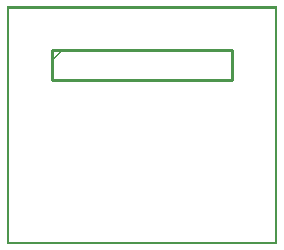
<source format=gbo>
G04 MADE WITH FRITZING*
G04 WWW.FRITZING.ORG*
G04 DOUBLE SIDED*
G04 HOLES PLATED*
G04 CONTOUR ON CENTER OF CONTOUR VECTOR*
%ASAXBY*%
%FSLAX23Y23*%
%MOIN*%
%OFA0B0*%
%SFA1.0B1.0*%
%ADD10C,0.010000*%
%ADD11R,0.001000X0.001000*%
%LNSILK0*%
G90*
G70*
G54D10*
X151Y647D02*
X751Y647D01*
D02*
X751Y647D02*
X751Y547D01*
D02*
X751Y547D02*
X151Y547D01*
D02*
X151Y547D02*
X151Y647D01*
G54D11*
X0Y794D02*
X900Y794D01*
X0Y793D02*
X900Y793D01*
X0Y792D02*
X900Y792D01*
X0Y791D02*
X900Y791D01*
X0Y790D02*
X900Y790D01*
X0Y789D02*
X900Y789D01*
X0Y788D02*
X900Y788D01*
X0Y787D02*
X900Y787D01*
X0Y786D02*
X7Y786D01*
X893Y786D02*
X900Y786D01*
X0Y785D02*
X7Y785D01*
X893Y785D02*
X900Y785D01*
X0Y784D02*
X7Y784D01*
X893Y784D02*
X900Y784D01*
X0Y783D02*
X7Y783D01*
X893Y783D02*
X900Y783D01*
X0Y782D02*
X7Y782D01*
X893Y782D02*
X900Y782D01*
X0Y781D02*
X7Y781D01*
X893Y781D02*
X900Y781D01*
X0Y780D02*
X7Y780D01*
X893Y780D02*
X900Y780D01*
X0Y779D02*
X7Y779D01*
X893Y779D02*
X900Y779D01*
X0Y778D02*
X7Y778D01*
X893Y778D02*
X900Y778D01*
X0Y777D02*
X7Y777D01*
X893Y777D02*
X900Y777D01*
X0Y776D02*
X7Y776D01*
X893Y776D02*
X900Y776D01*
X0Y775D02*
X7Y775D01*
X893Y775D02*
X900Y775D01*
X0Y774D02*
X7Y774D01*
X893Y774D02*
X900Y774D01*
X0Y773D02*
X7Y773D01*
X893Y773D02*
X900Y773D01*
X0Y772D02*
X7Y772D01*
X893Y772D02*
X900Y772D01*
X0Y771D02*
X7Y771D01*
X893Y771D02*
X900Y771D01*
X0Y770D02*
X7Y770D01*
X893Y770D02*
X900Y770D01*
X0Y769D02*
X7Y769D01*
X893Y769D02*
X900Y769D01*
X0Y768D02*
X7Y768D01*
X893Y768D02*
X900Y768D01*
X0Y767D02*
X7Y767D01*
X893Y767D02*
X900Y767D01*
X0Y766D02*
X7Y766D01*
X893Y766D02*
X900Y766D01*
X0Y765D02*
X7Y765D01*
X893Y765D02*
X900Y765D01*
X0Y764D02*
X7Y764D01*
X893Y764D02*
X900Y764D01*
X0Y763D02*
X7Y763D01*
X893Y763D02*
X900Y763D01*
X0Y762D02*
X7Y762D01*
X893Y762D02*
X900Y762D01*
X0Y761D02*
X7Y761D01*
X893Y761D02*
X900Y761D01*
X0Y760D02*
X7Y760D01*
X893Y760D02*
X900Y760D01*
X0Y759D02*
X7Y759D01*
X893Y759D02*
X900Y759D01*
X0Y758D02*
X7Y758D01*
X893Y758D02*
X900Y758D01*
X0Y757D02*
X7Y757D01*
X893Y757D02*
X900Y757D01*
X0Y756D02*
X7Y756D01*
X893Y756D02*
X900Y756D01*
X0Y755D02*
X7Y755D01*
X893Y755D02*
X900Y755D01*
X0Y754D02*
X7Y754D01*
X893Y754D02*
X900Y754D01*
X0Y753D02*
X7Y753D01*
X893Y753D02*
X900Y753D01*
X0Y752D02*
X7Y752D01*
X893Y752D02*
X900Y752D01*
X0Y751D02*
X7Y751D01*
X893Y751D02*
X900Y751D01*
X0Y750D02*
X7Y750D01*
X893Y750D02*
X900Y750D01*
X0Y749D02*
X7Y749D01*
X893Y749D02*
X900Y749D01*
X0Y748D02*
X7Y748D01*
X893Y748D02*
X900Y748D01*
X0Y747D02*
X7Y747D01*
X893Y747D02*
X900Y747D01*
X0Y746D02*
X7Y746D01*
X893Y746D02*
X900Y746D01*
X0Y745D02*
X7Y745D01*
X893Y745D02*
X900Y745D01*
X0Y744D02*
X7Y744D01*
X893Y744D02*
X900Y744D01*
X0Y743D02*
X7Y743D01*
X893Y743D02*
X900Y743D01*
X0Y742D02*
X7Y742D01*
X893Y742D02*
X900Y742D01*
X0Y741D02*
X7Y741D01*
X893Y741D02*
X900Y741D01*
X0Y740D02*
X7Y740D01*
X893Y740D02*
X900Y740D01*
X0Y739D02*
X7Y739D01*
X893Y739D02*
X900Y739D01*
X0Y738D02*
X7Y738D01*
X893Y738D02*
X900Y738D01*
X0Y737D02*
X7Y737D01*
X893Y737D02*
X900Y737D01*
X0Y736D02*
X7Y736D01*
X893Y736D02*
X900Y736D01*
X0Y735D02*
X7Y735D01*
X893Y735D02*
X900Y735D01*
X0Y734D02*
X7Y734D01*
X893Y734D02*
X900Y734D01*
X0Y733D02*
X7Y733D01*
X893Y733D02*
X900Y733D01*
X0Y732D02*
X7Y732D01*
X893Y732D02*
X900Y732D01*
X0Y731D02*
X7Y731D01*
X893Y731D02*
X900Y731D01*
X0Y730D02*
X7Y730D01*
X893Y730D02*
X900Y730D01*
X0Y729D02*
X7Y729D01*
X893Y729D02*
X900Y729D01*
X0Y728D02*
X7Y728D01*
X893Y728D02*
X900Y728D01*
X0Y727D02*
X7Y727D01*
X893Y727D02*
X900Y727D01*
X0Y726D02*
X7Y726D01*
X893Y726D02*
X900Y726D01*
X0Y725D02*
X7Y725D01*
X893Y725D02*
X900Y725D01*
X0Y724D02*
X7Y724D01*
X893Y724D02*
X900Y724D01*
X0Y723D02*
X7Y723D01*
X893Y723D02*
X900Y723D01*
X0Y722D02*
X7Y722D01*
X893Y722D02*
X900Y722D01*
X0Y721D02*
X7Y721D01*
X893Y721D02*
X900Y721D01*
X0Y720D02*
X7Y720D01*
X893Y720D02*
X900Y720D01*
X0Y719D02*
X7Y719D01*
X893Y719D02*
X900Y719D01*
X0Y718D02*
X7Y718D01*
X893Y718D02*
X900Y718D01*
X0Y717D02*
X7Y717D01*
X893Y717D02*
X900Y717D01*
X0Y716D02*
X7Y716D01*
X893Y716D02*
X900Y716D01*
X0Y715D02*
X7Y715D01*
X893Y715D02*
X900Y715D01*
X0Y714D02*
X7Y714D01*
X893Y714D02*
X900Y714D01*
X0Y713D02*
X7Y713D01*
X893Y713D02*
X900Y713D01*
X0Y712D02*
X7Y712D01*
X893Y712D02*
X900Y712D01*
X0Y711D02*
X7Y711D01*
X893Y711D02*
X900Y711D01*
X0Y710D02*
X7Y710D01*
X893Y710D02*
X900Y710D01*
X0Y709D02*
X7Y709D01*
X893Y709D02*
X900Y709D01*
X0Y708D02*
X7Y708D01*
X893Y708D02*
X900Y708D01*
X0Y707D02*
X7Y707D01*
X893Y707D02*
X900Y707D01*
X0Y706D02*
X7Y706D01*
X893Y706D02*
X900Y706D01*
X0Y705D02*
X7Y705D01*
X893Y705D02*
X900Y705D01*
X0Y704D02*
X7Y704D01*
X893Y704D02*
X900Y704D01*
X0Y703D02*
X7Y703D01*
X893Y703D02*
X900Y703D01*
X0Y702D02*
X7Y702D01*
X893Y702D02*
X900Y702D01*
X0Y701D02*
X7Y701D01*
X893Y701D02*
X900Y701D01*
X0Y700D02*
X7Y700D01*
X893Y700D02*
X900Y700D01*
X0Y699D02*
X7Y699D01*
X893Y699D02*
X900Y699D01*
X0Y698D02*
X7Y698D01*
X893Y698D02*
X900Y698D01*
X0Y697D02*
X7Y697D01*
X893Y697D02*
X900Y697D01*
X0Y696D02*
X7Y696D01*
X893Y696D02*
X900Y696D01*
X0Y695D02*
X7Y695D01*
X893Y695D02*
X900Y695D01*
X0Y694D02*
X7Y694D01*
X893Y694D02*
X900Y694D01*
X0Y693D02*
X7Y693D01*
X893Y693D02*
X900Y693D01*
X0Y692D02*
X7Y692D01*
X893Y692D02*
X900Y692D01*
X0Y691D02*
X7Y691D01*
X893Y691D02*
X900Y691D01*
X0Y690D02*
X7Y690D01*
X893Y690D02*
X900Y690D01*
X0Y689D02*
X7Y689D01*
X893Y689D02*
X900Y689D01*
X0Y688D02*
X7Y688D01*
X893Y688D02*
X900Y688D01*
X0Y687D02*
X7Y687D01*
X893Y687D02*
X900Y687D01*
X0Y686D02*
X7Y686D01*
X893Y686D02*
X900Y686D01*
X0Y685D02*
X7Y685D01*
X893Y685D02*
X900Y685D01*
X0Y684D02*
X7Y684D01*
X893Y684D02*
X900Y684D01*
X0Y683D02*
X7Y683D01*
X893Y683D02*
X900Y683D01*
X0Y682D02*
X7Y682D01*
X893Y682D02*
X900Y682D01*
X0Y681D02*
X7Y681D01*
X893Y681D02*
X900Y681D01*
X0Y680D02*
X7Y680D01*
X893Y680D02*
X900Y680D01*
X0Y679D02*
X7Y679D01*
X893Y679D02*
X900Y679D01*
X0Y678D02*
X7Y678D01*
X893Y678D02*
X900Y678D01*
X0Y677D02*
X7Y677D01*
X893Y677D02*
X900Y677D01*
X0Y676D02*
X7Y676D01*
X893Y676D02*
X900Y676D01*
X0Y675D02*
X7Y675D01*
X893Y675D02*
X900Y675D01*
X0Y674D02*
X7Y674D01*
X893Y674D02*
X900Y674D01*
X0Y673D02*
X7Y673D01*
X893Y673D02*
X900Y673D01*
X0Y672D02*
X7Y672D01*
X893Y672D02*
X900Y672D01*
X0Y671D02*
X7Y671D01*
X893Y671D02*
X900Y671D01*
X0Y670D02*
X7Y670D01*
X893Y670D02*
X900Y670D01*
X0Y669D02*
X7Y669D01*
X893Y669D02*
X900Y669D01*
X0Y668D02*
X7Y668D01*
X893Y668D02*
X900Y668D01*
X0Y667D02*
X7Y667D01*
X893Y667D02*
X900Y667D01*
X0Y666D02*
X7Y666D01*
X893Y666D02*
X900Y666D01*
X0Y665D02*
X7Y665D01*
X893Y665D02*
X900Y665D01*
X0Y664D02*
X7Y664D01*
X893Y664D02*
X900Y664D01*
X0Y663D02*
X7Y663D01*
X893Y663D02*
X900Y663D01*
X0Y662D02*
X7Y662D01*
X893Y662D02*
X900Y662D01*
X0Y661D02*
X7Y661D01*
X893Y661D02*
X900Y661D01*
X0Y660D02*
X7Y660D01*
X893Y660D02*
X900Y660D01*
X0Y659D02*
X7Y659D01*
X893Y659D02*
X900Y659D01*
X0Y658D02*
X7Y658D01*
X893Y658D02*
X900Y658D01*
X0Y657D02*
X7Y657D01*
X893Y657D02*
X900Y657D01*
X0Y656D02*
X7Y656D01*
X893Y656D02*
X900Y656D01*
X0Y655D02*
X7Y655D01*
X893Y655D02*
X900Y655D01*
X0Y654D02*
X7Y654D01*
X893Y654D02*
X900Y654D01*
X0Y653D02*
X7Y653D01*
X893Y653D02*
X900Y653D01*
X0Y652D02*
X7Y652D01*
X893Y652D02*
X900Y652D01*
X0Y651D02*
X7Y651D01*
X893Y651D02*
X900Y651D01*
X0Y650D02*
X7Y650D01*
X893Y650D02*
X900Y650D01*
X0Y649D02*
X7Y649D01*
X184Y649D02*
X184Y649D01*
X893Y649D02*
X900Y649D01*
X0Y648D02*
X7Y648D01*
X183Y648D02*
X185Y648D01*
X893Y648D02*
X900Y648D01*
X0Y647D02*
X7Y647D01*
X182Y647D02*
X186Y647D01*
X893Y647D02*
X900Y647D01*
X0Y646D02*
X7Y646D01*
X181Y646D02*
X187Y646D01*
X893Y646D02*
X900Y646D01*
X0Y645D02*
X7Y645D01*
X180Y645D02*
X186Y645D01*
X893Y645D02*
X900Y645D01*
X0Y644D02*
X7Y644D01*
X179Y644D02*
X185Y644D01*
X893Y644D02*
X900Y644D01*
X0Y643D02*
X7Y643D01*
X178Y643D02*
X184Y643D01*
X893Y643D02*
X900Y643D01*
X0Y642D02*
X7Y642D01*
X177Y642D02*
X183Y642D01*
X893Y642D02*
X900Y642D01*
X0Y641D02*
X7Y641D01*
X176Y641D02*
X182Y641D01*
X893Y641D02*
X900Y641D01*
X0Y640D02*
X7Y640D01*
X175Y640D02*
X181Y640D01*
X893Y640D02*
X900Y640D01*
X0Y639D02*
X7Y639D01*
X174Y639D02*
X180Y639D01*
X893Y639D02*
X900Y639D01*
X0Y638D02*
X7Y638D01*
X173Y638D02*
X179Y638D01*
X893Y638D02*
X900Y638D01*
X0Y637D02*
X7Y637D01*
X172Y637D02*
X178Y637D01*
X893Y637D02*
X900Y637D01*
X0Y636D02*
X7Y636D01*
X171Y636D02*
X177Y636D01*
X893Y636D02*
X900Y636D01*
X0Y635D02*
X7Y635D01*
X170Y635D02*
X176Y635D01*
X893Y635D02*
X900Y635D01*
X0Y634D02*
X7Y634D01*
X169Y634D02*
X175Y634D01*
X893Y634D02*
X900Y634D01*
X0Y633D02*
X7Y633D01*
X168Y633D02*
X174Y633D01*
X893Y633D02*
X900Y633D01*
X0Y632D02*
X7Y632D01*
X167Y632D02*
X172Y632D01*
X893Y632D02*
X900Y632D01*
X0Y631D02*
X7Y631D01*
X166Y631D02*
X171Y631D01*
X893Y631D02*
X900Y631D01*
X0Y630D02*
X7Y630D01*
X165Y630D02*
X170Y630D01*
X893Y630D02*
X900Y630D01*
X0Y629D02*
X7Y629D01*
X164Y629D02*
X169Y629D01*
X893Y629D02*
X900Y629D01*
X0Y628D02*
X7Y628D01*
X163Y628D02*
X168Y628D01*
X893Y628D02*
X900Y628D01*
X0Y627D02*
X7Y627D01*
X162Y627D02*
X167Y627D01*
X893Y627D02*
X900Y627D01*
X0Y626D02*
X7Y626D01*
X161Y626D02*
X166Y626D01*
X893Y626D02*
X900Y626D01*
X0Y625D02*
X7Y625D01*
X160Y625D02*
X166Y625D01*
X893Y625D02*
X900Y625D01*
X0Y624D02*
X7Y624D01*
X159Y624D02*
X165Y624D01*
X893Y624D02*
X900Y624D01*
X0Y623D02*
X7Y623D01*
X158Y623D02*
X164Y623D01*
X893Y623D02*
X900Y623D01*
X0Y622D02*
X7Y622D01*
X157Y622D02*
X163Y622D01*
X893Y622D02*
X900Y622D01*
X0Y621D02*
X7Y621D01*
X156Y621D02*
X162Y621D01*
X893Y621D02*
X900Y621D01*
X0Y620D02*
X7Y620D01*
X155Y620D02*
X161Y620D01*
X893Y620D02*
X900Y620D01*
X0Y619D02*
X7Y619D01*
X154Y619D02*
X160Y619D01*
X893Y619D02*
X900Y619D01*
X0Y618D02*
X7Y618D01*
X153Y618D02*
X159Y618D01*
X893Y618D02*
X900Y618D01*
X0Y617D02*
X7Y617D01*
X152Y617D02*
X158Y617D01*
X893Y617D02*
X900Y617D01*
X0Y616D02*
X7Y616D01*
X151Y616D02*
X157Y616D01*
X893Y616D02*
X900Y616D01*
X0Y615D02*
X7Y615D01*
X150Y615D02*
X156Y615D01*
X893Y615D02*
X900Y615D01*
X0Y614D02*
X7Y614D01*
X151Y614D02*
X155Y614D01*
X893Y614D02*
X900Y614D01*
X0Y613D02*
X7Y613D01*
X152Y613D02*
X154Y613D01*
X893Y613D02*
X900Y613D01*
X0Y612D02*
X7Y612D01*
X153Y612D02*
X153Y612D01*
X893Y612D02*
X900Y612D01*
X0Y611D02*
X7Y611D01*
X893Y611D02*
X900Y611D01*
X0Y610D02*
X7Y610D01*
X893Y610D02*
X900Y610D01*
X0Y609D02*
X7Y609D01*
X893Y609D02*
X900Y609D01*
X0Y608D02*
X7Y608D01*
X893Y608D02*
X900Y608D01*
X0Y607D02*
X7Y607D01*
X893Y607D02*
X900Y607D01*
X0Y606D02*
X7Y606D01*
X893Y606D02*
X900Y606D01*
X0Y605D02*
X7Y605D01*
X893Y605D02*
X900Y605D01*
X0Y604D02*
X7Y604D01*
X893Y604D02*
X900Y604D01*
X0Y603D02*
X7Y603D01*
X893Y603D02*
X900Y603D01*
X0Y602D02*
X7Y602D01*
X893Y602D02*
X900Y602D01*
X0Y601D02*
X7Y601D01*
X893Y601D02*
X900Y601D01*
X0Y600D02*
X7Y600D01*
X893Y600D02*
X900Y600D01*
X0Y599D02*
X7Y599D01*
X893Y599D02*
X900Y599D01*
X0Y598D02*
X7Y598D01*
X893Y598D02*
X900Y598D01*
X0Y597D02*
X7Y597D01*
X893Y597D02*
X900Y597D01*
X0Y596D02*
X7Y596D01*
X893Y596D02*
X900Y596D01*
X0Y595D02*
X7Y595D01*
X893Y595D02*
X900Y595D01*
X0Y594D02*
X7Y594D01*
X893Y594D02*
X900Y594D01*
X0Y593D02*
X7Y593D01*
X893Y593D02*
X900Y593D01*
X0Y592D02*
X7Y592D01*
X893Y592D02*
X900Y592D01*
X0Y591D02*
X7Y591D01*
X893Y591D02*
X900Y591D01*
X0Y590D02*
X7Y590D01*
X893Y590D02*
X900Y590D01*
X0Y589D02*
X7Y589D01*
X893Y589D02*
X900Y589D01*
X0Y588D02*
X7Y588D01*
X893Y588D02*
X900Y588D01*
X0Y587D02*
X7Y587D01*
X893Y587D02*
X900Y587D01*
X0Y586D02*
X7Y586D01*
X893Y586D02*
X900Y586D01*
X0Y585D02*
X7Y585D01*
X893Y585D02*
X900Y585D01*
X0Y584D02*
X7Y584D01*
X893Y584D02*
X900Y584D01*
X0Y583D02*
X7Y583D01*
X893Y583D02*
X900Y583D01*
X0Y582D02*
X7Y582D01*
X893Y582D02*
X900Y582D01*
X0Y581D02*
X7Y581D01*
X893Y581D02*
X900Y581D01*
X0Y580D02*
X7Y580D01*
X893Y580D02*
X900Y580D01*
X0Y579D02*
X7Y579D01*
X893Y579D02*
X900Y579D01*
X0Y578D02*
X7Y578D01*
X893Y578D02*
X900Y578D01*
X0Y577D02*
X7Y577D01*
X893Y577D02*
X900Y577D01*
X0Y576D02*
X7Y576D01*
X893Y576D02*
X900Y576D01*
X0Y575D02*
X7Y575D01*
X893Y575D02*
X900Y575D01*
X0Y574D02*
X7Y574D01*
X893Y574D02*
X900Y574D01*
X0Y573D02*
X7Y573D01*
X893Y573D02*
X900Y573D01*
X0Y572D02*
X7Y572D01*
X893Y572D02*
X900Y572D01*
X0Y571D02*
X7Y571D01*
X893Y571D02*
X900Y571D01*
X0Y570D02*
X7Y570D01*
X893Y570D02*
X900Y570D01*
X0Y569D02*
X7Y569D01*
X893Y569D02*
X900Y569D01*
X0Y568D02*
X7Y568D01*
X893Y568D02*
X900Y568D01*
X0Y567D02*
X7Y567D01*
X893Y567D02*
X900Y567D01*
X0Y566D02*
X7Y566D01*
X893Y566D02*
X900Y566D01*
X0Y565D02*
X7Y565D01*
X893Y565D02*
X900Y565D01*
X0Y564D02*
X7Y564D01*
X893Y564D02*
X900Y564D01*
X0Y563D02*
X7Y563D01*
X893Y563D02*
X900Y563D01*
X0Y562D02*
X7Y562D01*
X893Y562D02*
X900Y562D01*
X0Y561D02*
X7Y561D01*
X893Y561D02*
X900Y561D01*
X0Y560D02*
X7Y560D01*
X893Y560D02*
X900Y560D01*
X0Y559D02*
X7Y559D01*
X893Y559D02*
X900Y559D01*
X0Y558D02*
X7Y558D01*
X893Y558D02*
X900Y558D01*
X0Y557D02*
X7Y557D01*
X893Y557D02*
X900Y557D01*
X0Y556D02*
X7Y556D01*
X893Y556D02*
X900Y556D01*
X0Y555D02*
X7Y555D01*
X893Y555D02*
X900Y555D01*
X0Y554D02*
X7Y554D01*
X893Y554D02*
X900Y554D01*
X0Y553D02*
X7Y553D01*
X893Y553D02*
X900Y553D01*
X0Y552D02*
X7Y552D01*
X893Y552D02*
X900Y552D01*
X0Y551D02*
X7Y551D01*
X893Y551D02*
X900Y551D01*
X0Y550D02*
X7Y550D01*
X893Y550D02*
X900Y550D01*
X0Y549D02*
X7Y549D01*
X893Y549D02*
X900Y549D01*
X0Y548D02*
X7Y548D01*
X893Y548D02*
X900Y548D01*
X0Y547D02*
X7Y547D01*
X893Y547D02*
X900Y547D01*
X0Y546D02*
X7Y546D01*
X893Y546D02*
X900Y546D01*
X0Y545D02*
X7Y545D01*
X893Y545D02*
X900Y545D01*
X0Y544D02*
X7Y544D01*
X893Y544D02*
X900Y544D01*
X0Y543D02*
X7Y543D01*
X893Y543D02*
X900Y543D01*
X0Y542D02*
X7Y542D01*
X893Y542D02*
X900Y542D01*
X0Y541D02*
X7Y541D01*
X893Y541D02*
X900Y541D01*
X0Y540D02*
X7Y540D01*
X893Y540D02*
X900Y540D01*
X0Y539D02*
X7Y539D01*
X893Y539D02*
X900Y539D01*
X0Y538D02*
X7Y538D01*
X893Y538D02*
X900Y538D01*
X0Y537D02*
X7Y537D01*
X893Y537D02*
X900Y537D01*
X0Y536D02*
X7Y536D01*
X893Y536D02*
X900Y536D01*
X0Y535D02*
X7Y535D01*
X893Y535D02*
X900Y535D01*
X0Y534D02*
X7Y534D01*
X893Y534D02*
X900Y534D01*
X0Y533D02*
X7Y533D01*
X893Y533D02*
X900Y533D01*
X0Y532D02*
X7Y532D01*
X893Y532D02*
X900Y532D01*
X0Y531D02*
X7Y531D01*
X893Y531D02*
X900Y531D01*
X0Y530D02*
X7Y530D01*
X893Y530D02*
X900Y530D01*
X0Y529D02*
X7Y529D01*
X893Y529D02*
X900Y529D01*
X0Y528D02*
X7Y528D01*
X893Y528D02*
X900Y528D01*
X0Y527D02*
X7Y527D01*
X893Y527D02*
X900Y527D01*
X0Y526D02*
X7Y526D01*
X893Y526D02*
X900Y526D01*
X0Y525D02*
X7Y525D01*
X893Y525D02*
X900Y525D01*
X0Y524D02*
X7Y524D01*
X893Y524D02*
X900Y524D01*
X0Y523D02*
X7Y523D01*
X893Y523D02*
X900Y523D01*
X0Y522D02*
X7Y522D01*
X893Y522D02*
X900Y522D01*
X0Y521D02*
X7Y521D01*
X893Y521D02*
X900Y521D01*
X0Y520D02*
X7Y520D01*
X893Y520D02*
X900Y520D01*
X0Y519D02*
X7Y519D01*
X893Y519D02*
X900Y519D01*
X0Y518D02*
X7Y518D01*
X893Y518D02*
X900Y518D01*
X0Y517D02*
X7Y517D01*
X893Y517D02*
X900Y517D01*
X0Y516D02*
X7Y516D01*
X893Y516D02*
X900Y516D01*
X0Y515D02*
X7Y515D01*
X893Y515D02*
X900Y515D01*
X0Y514D02*
X7Y514D01*
X893Y514D02*
X900Y514D01*
X0Y513D02*
X7Y513D01*
X893Y513D02*
X900Y513D01*
X0Y512D02*
X7Y512D01*
X893Y512D02*
X900Y512D01*
X0Y511D02*
X7Y511D01*
X893Y511D02*
X900Y511D01*
X0Y510D02*
X7Y510D01*
X893Y510D02*
X900Y510D01*
X0Y509D02*
X7Y509D01*
X893Y509D02*
X900Y509D01*
X0Y508D02*
X7Y508D01*
X893Y508D02*
X900Y508D01*
X0Y507D02*
X7Y507D01*
X893Y507D02*
X900Y507D01*
X0Y506D02*
X7Y506D01*
X893Y506D02*
X900Y506D01*
X0Y505D02*
X7Y505D01*
X893Y505D02*
X900Y505D01*
X0Y504D02*
X7Y504D01*
X893Y504D02*
X900Y504D01*
X0Y503D02*
X7Y503D01*
X893Y503D02*
X900Y503D01*
X0Y502D02*
X7Y502D01*
X893Y502D02*
X900Y502D01*
X0Y501D02*
X7Y501D01*
X893Y501D02*
X900Y501D01*
X0Y500D02*
X7Y500D01*
X893Y500D02*
X900Y500D01*
X0Y499D02*
X7Y499D01*
X893Y499D02*
X900Y499D01*
X0Y498D02*
X7Y498D01*
X893Y498D02*
X900Y498D01*
X0Y497D02*
X7Y497D01*
X893Y497D02*
X900Y497D01*
X0Y496D02*
X7Y496D01*
X893Y496D02*
X900Y496D01*
X0Y495D02*
X7Y495D01*
X893Y495D02*
X900Y495D01*
X0Y494D02*
X7Y494D01*
X893Y494D02*
X900Y494D01*
X0Y493D02*
X7Y493D01*
X893Y493D02*
X900Y493D01*
X0Y492D02*
X7Y492D01*
X893Y492D02*
X900Y492D01*
X0Y491D02*
X7Y491D01*
X893Y491D02*
X900Y491D01*
X0Y490D02*
X7Y490D01*
X893Y490D02*
X900Y490D01*
X0Y489D02*
X7Y489D01*
X893Y489D02*
X900Y489D01*
X0Y488D02*
X7Y488D01*
X893Y488D02*
X900Y488D01*
X0Y487D02*
X7Y487D01*
X893Y487D02*
X900Y487D01*
X0Y486D02*
X7Y486D01*
X893Y486D02*
X900Y486D01*
X0Y485D02*
X7Y485D01*
X893Y485D02*
X900Y485D01*
X0Y484D02*
X7Y484D01*
X893Y484D02*
X900Y484D01*
X0Y483D02*
X7Y483D01*
X893Y483D02*
X900Y483D01*
X0Y482D02*
X7Y482D01*
X893Y482D02*
X900Y482D01*
X0Y481D02*
X7Y481D01*
X893Y481D02*
X900Y481D01*
X0Y480D02*
X7Y480D01*
X893Y480D02*
X900Y480D01*
X0Y479D02*
X7Y479D01*
X893Y479D02*
X900Y479D01*
X0Y478D02*
X7Y478D01*
X893Y478D02*
X900Y478D01*
X0Y477D02*
X7Y477D01*
X893Y477D02*
X900Y477D01*
X0Y476D02*
X7Y476D01*
X893Y476D02*
X900Y476D01*
X0Y475D02*
X7Y475D01*
X893Y475D02*
X900Y475D01*
X0Y474D02*
X7Y474D01*
X893Y474D02*
X900Y474D01*
X0Y473D02*
X7Y473D01*
X893Y473D02*
X900Y473D01*
X0Y472D02*
X7Y472D01*
X893Y472D02*
X900Y472D01*
X0Y471D02*
X7Y471D01*
X893Y471D02*
X900Y471D01*
X0Y470D02*
X7Y470D01*
X893Y470D02*
X900Y470D01*
X0Y469D02*
X7Y469D01*
X893Y469D02*
X900Y469D01*
X0Y468D02*
X7Y468D01*
X893Y468D02*
X900Y468D01*
X0Y467D02*
X7Y467D01*
X893Y467D02*
X900Y467D01*
X0Y466D02*
X7Y466D01*
X893Y466D02*
X900Y466D01*
X0Y465D02*
X7Y465D01*
X893Y465D02*
X900Y465D01*
X0Y464D02*
X7Y464D01*
X893Y464D02*
X900Y464D01*
X0Y463D02*
X7Y463D01*
X893Y463D02*
X900Y463D01*
X0Y462D02*
X7Y462D01*
X893Y462D02*
X900Y462D01*
X0Y461D02*
X7Y461D01*
X893Y461D02*
X900Y461D01*
X0Y460D02*
X7Y460D01*
X893Y460D02*
X900Y460D01*
X0Y459D02*
X7Y459D01*
X893Y459D02*
X900Y459D01*
X0Y458D02*
X7Y458D01*
X893Y458D02*
X900Y458D01*
X0Y457D02*
X7Y457D01*
X893Y457D02*
X900Y457D01*
X0Y456D02*
X7Y456D01*
X893Y456D02*
X900Y456D01*
X0Y455D02*
X7Y455D01*
X893Y455D02*
X900Y455D01*
X0Y454D02*
X7Y454D01*
X893Y454D02*
X900Y454D01*
X0Y453D02*
X7Y453D01*
X893Y453D02*
X900Y453D01*
X0Y452D02*
X7Y452D01*
X893Y452D02*
X900Y452D01*
X0Y451D02*
X7Y451D01*
X893Y451D02*
X900Y451D01*
X0Y450D02*
X7Y450D01*
X893Y450D02*
X900Y450D01*
X0Y449D02*
X7Y449D01*
X893Y449D02*
X900Y449D01*
X0Y448D02*
X7Y448D01*
X893Y448D02*
X900Y448D01*
X0Y447D02*
X7Y447D01*
X893Y447D02*
X900Y447D01*
X0Y446D02*
X7Y446D01*
X893Y446D02*
X900Y446D01*
X0Y445D02*
X7Y445D01*
X893Y445D02*
X900Y445D01*
X0Y444D02*
X7Y444D01*
X893Y444D02*
X900Y444D01*
X0Y443D02*
X7Y443D01*
X893Y443D02*
X900Y443D01*
X0Y442D02*
X7Y442D01*
X893Y442D02*
X900Y442D01*
X0Y441D02*
X7Y441D01*
X893Y441D02*
X900Y441D01*
X0Y440D02*
X7Y440D01*
X893Y440D02*
X900Y440D01*
X0Y439D02*
X7Y439D01*
X893Y439D02*
X900Y439D01*
X0Y438D02*
X7Y438D01*
X893Y438D02*
X900Y438D01*
X0Y437D02*
X7Y437D01*
X893Y437D02*
X900Y437D01*
X0Y436D02*
X7Y436D01*
X893Y436D02*
X900Y436D01*
X0Y435D02*
X7Y435D01*
X893Y435D02*
X900Y435D01*
X0Y434D02*
X7Y434D01*
X893Y434D02*
X900Y434D01*
X0Y433D02*
X7Y433D01*
X893Y433D02*
X900Y433D01*
X0Y432D02*
X7Y432D01*
X893Y432D02*
X900Y432D01*
X0Y431D02*
X7Y431D01*
X893Y431D02*
X900Y431D01*
X0Y430D02*
X7Y430D01*
X893Y430D02*
X900Y430D01*
X0Y429D02*
X7Y429D01*
X893Y429D02*
X900Y429D01*
X0Y428D02*
X7Y428D01*
X893Y428D02*
X900Y428D01*
X0Y427D02*
X7Y427D01*
X893Y427D02*
X900Y427D01*
X0Y426D02*
X7Y426D01*
X893Y426D02*
X900Y426D01*
X0Y425D02*
X7Y425D01*
X893Y425D02*
X900Y425D01*
X0Y424D02*
X7Y424D01*
X893Y424D02*
X900Y424D01*
X0Y423D02*
X7Y423D01*
X893Y423D02*
X900Y423D01*
X0Y422D02*
X7Y422D01*
X893Y422D02*
X900Y422D01*
X0Y421D02*
X7Y421D01*
X893Y421D02*
X900Y421D01*
X0Y420D02*
X7Y420D01*
X893Y420D02*
X900Y420D01*
X0Y419D02*
X7Y419D01*
X893Y419D02*
X900Y419D01*
X0Y418D02*
X7Y418D01*
X893Y418D02*
X900Y418D01*
X0Y417D02*
X7Y417D01*
X893Y417D02*
X900Y417D01*
X0Y416D02*
X7Y416D01*
X893Y416D02*
X900Y416D01*
X0Y415D02*
X7Y415D01*
X893Y415D02*
X900Y415D01*
X0Y414D02*
X7Y414D01*
X893Y414D02*
X900Y414D01*
X0Y413D02*
X7Y413D01*
X893Y413D02*
X900Y413D01*
X0Y412D02*
X7Y412D01*
X893Y412D02*
X900Y412D01*
X0Y411D02*
X7Y411D01*
X893Y411D02*
X900Y411D01*
X0Y410D02*
X7Y410D01*
X893Y410D02*
X900Y410D01*
X0Y409D02*
X7Y409D01*
X893Y409D02*
X900Y409D01*
X0Y408D02*
X7Y408D01*
X893Y408D02*
X900Y408D01*
X0Y407D02*
X7Y407D01*
X893Y407D02*
X900Y407D01*
X0Y406D02*
X7Y406D01*
X893Y406D02*
X900Y406D01*
X0Y405D02*
X7Y405D01*
X893Y405D02*
X900Y405D01*
X0Y404D02*
X7Y404D01*
X893Y404D02*
X900Y404D01*
X0Y403D02*
X7Y403D01*
X893Y403D02*
X900Y403D01*
X0Y402D02*
X7Y402D01*
X893Y402D02*
X900Y402D01*
X0Y401D02*
X7Y401D01*
X893Y401D02*
X900Y401D01*
X0Y400D02*
X7Y400D01*
X893Y400D02*
X900Y400D01*
X0Y399D02*
X7Y399D01*
X893Y399D02*
X900Y399D01*
X0Y398D02*
X7Y398D01*
X893Y398D02*
X900Y398D01*
X0Y397D02*
X7Y397D01*
X893Y397D02*
X900Y397D01*
X0Y396D02*
X7Y396D01*
X893Y396D02*
X900Y396D01*
X0Y395D02*
X7Y395D01*
X893Y395D02*
X900Y395D01*
X0Y394D02*
X7Y394D01*
X893Y394D02*
X900Y394D01*
X0Y393D02*
X7Y393D01*
X893Y393D02*
X900Y393D01*
X0Y392D02*
X7Y392D01*
X893Y392D02*
X900Y392D01*
X0Y391D02*
X7Y391D01*
X893Y391D02*
X900Y391D01*
X0Y390D02*
X7Y390D01*
X893Y390D02*
X900Y390D01*
X0Y389D02*
X7Y389D01*
X893Y389D02*
X900Y389D01*
X0Y388D02*
X7Y388D01*
X893Y388D02*
X900Y388D01*
X0Y387D02*
X7Y387D01*
X893Y387D02*
X900Y387D01*
X0Y386D02*
X7Y386D01*
X893Y386D02*
X900Y386D01*
X0Y385D02*
X7Y385D01*
X893Y385D02*
X900Y385D01*
X0Y384D02*
X7Y384D01*
X893Y384D02*
X900Y384D01*
X0Y383D02*
X7Y383D01*
X893Y383D02*
X900Y383D01*
X0Y382D02*
X7Y382D01*
X893Y382D02*
X900Y382D01*
X0Y381D02*
X7Y381D01*
X893Y381D02*
X900Y381D01*
X0Y380D02*
X7Y380D01*
X893Y380D02*
X900Y380D01*
X0Y379D02*
X7Y379D01*
X893Y379D02*
X900Y379D01*
X0Y378D02*
X7Y378D01*
X893Y378D02*
X900Y378D01*
X0Y377D02*
X7Y377D01*
X893Y377D02*
X900Y377D01*
X0Y376D02*
X7Y376D01*
X893Y376D02*
X900Y376D01*
X0Y375D02*
X7Y375D01*
X893Y375D02*
X900Y375D01*
X0Y374D02*
X7Y374D01*
X893Y374D02*
X900Y374D01*
X0Y373D02*
X7Y373D01*
X893Y373D02*
X900Y373D01*
X0Y372D02*
X7Y372D01*
X893Y372D02*
X900Y372D01*
X0Y371D02*
X7Y371D01*
X893Y371D02*
X900Y371D01*
X0Y370D02*
X7Y370D01*
X893Y370D02*
X900Y370D01*
X0Y369D02*
X7Y369D01*
X893Y369D02*
X900Y369D01*
X0Y368D02*
X7Y368D01*
X893Y368D02*
X900Y368D01*
X0Y367D02*
X7Y367D01*
X893Y367D02*
X900Y367D01*
X0Y366D02*
X7Y366D01*
X893Y366D02*
X900Y366D01*
X0Y365D02*
X7Y365D01*
X893Y365D02*
X900Y365D01*
X0Y364D02*
X7Y364D01*
X893Y364D02*
X900Y364D01*
X0Y363D02*
X7Y363D01*
X893Y363D02*
X900Y363D01*
X0Y362D02*
X7Y362D01*
X893Y362D02*
X900Y362D01*
X0Y361D02*
X7Y361D01*
X893Y361D02*
X900Y361D01*
X0Y360D02*
X7Y360D01*
X893Y360D02*
X900Y360D01*
X0Y359D02*
X7Y359D01*
X893Y359D02*
X900Y359D01*
X0Y358D02*
X7Y358D01*
X893Y358D02*
X900Y358D01*
X0Y357D02*
X7Y357D01*
X893Y357D02*
X900Y357D01*
X0Y356D02*
X7Y356D01*
X893Y356D02*
X900Y356D01*
X0Y355D02*
X7Y355D01*
X893Y355D02*
X900Y355D01*
X0Y354D02*
X7Y354D01*
X893Y354D02*
X900Y354D01*
X0Y353D02*
X7Y353D01*
X893Y353D02*
X900Y353D01*
X0Y352D02*
X7Y352D01*
X893Y352D02*
X900Y352D01*
X0Y351D02*
X7Y351D01*
X893Y351D02*
X900Y351D01*
X0Y350D02*
X7Y350D01*
X893Y350D02*
X900Y350D01*
X0Y349D02*
X7Y349D01*
X893Y349D02*
X900Y349D01*
X0Y348D02*
X7Y348D01*
X893Y348D02*
X900Y348D01*
X0Y347D02*
X7Y347D01*
X893Y347D02*
X900Y347D01*
X0Y346D02*
X7Y346D01*
X893Y346D02*
X900Y346D01*
X0Y345D02*
X7Y345D01*
X893Y345D02*
X900Y345D01*
X0Y344D02*
X7Y344D01*
X893Y344D02*
X900Y344D01*
X0Y343D02*
X7Y343D01*
X893Y343D02*
X900Y343D01*
X0Y342D02*
X7Y342D01*
X893Y342D02*
X900Y342D01*
X0Y341D02*
X7Y341D01*
X893Y341D02*
X900Y341D01*
X0Y340D02*
X7Y340D01*
X893Y340D02*
X900Y340D01*
X0Y339D02*
X7Y339D01*
X893Y339D02*
X900Y339D01*
X0Y338D02*
X7Y338D01*
X893Y338D02*
X900Y338D01*
X0Y337D02*
X7Y337D01*
X893Y337D02*
X900Y337D01*
X0Y336D02*
X7Y336D01*
X893Y336D02*
X900Y336D01*
X0Y335D02*
X7Y335D01*
X893Y335D02*
X900Y335D01*
X0Y334D02*
X7Y334D01*
X893Y334D02*
X900Y334D01*
X0Y333D02*
X7Y333D01*
X893Y333D02*
X900Y333D01*
X0Y332D02*
X7Y332D01*
X893Y332D02*
X900Y332D01*
X0Y331D02*
X7Y331D01*
X893Y331D02*
X900Y331D01*
X0Y330D02*
X7Y330D01*
X893Y330D02*
X900Y330D01*
X0Y329D02*
X7Y329D01*
X893Y329D02*
X900Y329D01*
X0Y328D02*
X7Y328D01*
X893Y328D02*
X900Y328D01*
X0Y327D02*
X7Y327D01*
X893Y327D02*
X900Y327D01*
X0Y326D02*
X7Y326D01*
X893Y326D02*
X900Y326D01*
X0Y325D02*
X7Y325D01*
X893Y325D02*
X900Y325D01*
X0Y324D02*
X7Y324D01*
X893Y324D02*
X900Y324D01*
X0Y323D02*
X7Y323D01*
X893Y323D02*
X900Y323D01*
X0Y322D02*
X7Y322D01*
X893Y322D02*
X900Y322D01*
X0Y321D02*
X7Y321D01*
X893Y321D02*
X900Y321D01*
X0Y320D02*
X7Y320D01*
X893Y320D02*
X900Y320D01*
X0Y319D02*
X7Y319D01*
X893Y319D02*
X900Y319D01*
X0Y318D02*
X7Y318D01*
X893Y318D02*
X900Y318D01*
X0Y317D02*
X7Y317D01*
X893Y317D02*
X900Y317D01*
X0Y316D02*
X7Y316D01*
X893Y316D02*
X900Y316D01*
X0Y315D02*
X7Y315D01*
X893Y315D02*
X900Y315D01*
X0Y314D02*
X7Y314D01*
X893Y314D02*
X900Y314D01*
X0Y313D02*
X7Y313D01*
X893Y313D02*
X900Y313D01*
X0Y312D02*
X7Y312D01*
X893Y312D02*
X900Y312D01*
X0Y311D02*
X7Y311D01*
X893Y311D02*
X900Y311D01*
X0Y310D02*
X7Y310D01*
X893Y310D02*
X900Y310D01*
X0Y309D02*
X7Y309D01*
X893Y309D02*
X900Y309D01*
X0Y308D02*
X7Y308D01*
X893Y308D02*
X900Y308D01*
X0Y307D02*
X7Y307D01*
X893Y307D02*
X900Y307D01*
X0Y306D02*
X7Y306D01*
X893Y306D02*
X900Y306D01*
X0Y305D02*
X7Y305D01*
X893Y305D02*
X900Y305D01*
X0Y304D02*
X7Y304D01*
X893Y304D02*
X900Y304D01*
X0Y303D02*
X7Y303D01*
X893Y303D02*
X900Y303D01*
X0Y302D02*
X7Y302D01*
X893Y302D02*
X900Y302D01*
X0Y301D02*
X7Y301D01*
X893Y301D02*
X900Y301D01*
X0Y300D02*
X7Y300D01*
X893Y300D02*
X900Y300D01*
X0Y299D02*
X7Y299D01*
X893Y299D02*
X900Y299D01*
X0Y298D02*
X7Y298D01*
X893Y298D02*
X900Y298D01*
X0Y297D02*
X7Y297D01*
X893Y297D02*
X900Y297D01*
X0Y296D02*
X7Y296D01*
X893Y296D02*
X900Y296D01*
X0Y295D02*
X7Y295D01*
X893Y295D02*
X900Y295D01*
X0Y294D02*
X7Y294D01*
X893Y294D02*
X900Y294D01*
X0Y293D02*
X7Y293D01*
X893Y293D02*
X900Y293D01*
X0Y292D02*
X7Y292D01*
X893Y292D02*
X900Y292D01*
X0Y291D02*
X7Y291D01*
X893Y291D02*
X900Y291D01*
X0Y290D02*
X7Y290D01*
X893Y290D02*
X900Y290D01*
X0Y289D02*
X7Y289D01*
X893Y289D02*
X900Y289D01*
X0Y288D02*
X7Y288D01*
X893Y288D02*
X900Y288D01*
X0Y287D02*
X7Y287D01*
X893Y287D02*
X900Y287D01*
X0Y286D02*
X7Y286D01*
X893Y286D02*
X900Y286D01*
X0Y285D02*
X7Y285D01*
X893Y285D02*
X900Y285D01*
X0Y284D02*
X7Y284D01*
X893Y284D02*
X900Y284D01*
X0Y283D02*
X7Y283D01*
X893Y283D02*
X900Y283D01*
X0Y282D02*
X7Y282D01*
X893Y282D02*
X900Y282D01*
X0Y281D02*
X7Y281D01*
X893Y281D02*
X900Y281D01*
X0Y280D02*
X7Y280D01*
X893Y280D02*
X900Y280D01*
X0Y279D02*
X7Y279D01*
X893Y279D02*
X900Y279D01*
X0Y278D02*
X7Y278D01*
X893Y278D02*
X900Y278D01*
X0Y277D02*
X7Y277D01*
X893Y277D02*
X900Y277D01*
X0Y276D02*
X7Y276D01*
X893Y276D02*
X900Y276D01*
X0Y275D02*
X7Y275D01*
X893Y275D02*
X900Y275D01*
X0Y274D02*
X7Y274D01*
X893Y274D02*
X900Y274D01*
X0Y273D02*
X7Y273D01*
X893Y273D02*
X900Y273D01*
X0Y272D02*
X7Y272D01*
X893Y272D02*
X900Y272D01*
X0Y271D02*
X7Y271D01*
X893Y271D02*
X900Y271D01*
X0Y270D02*
X7Y270D01*
X893Y270D02*
X900Y270D01*
X0Y269D02*
X7Y269D01*
X893Y269D02*
X900Y269D01*
X0Y268D02*
X7Y268D01*
X893Y268D02*
X900Y268D01*
X0Y267D02*
X7Y267D01*
X893Y267D02*
X900Y267D01*
X0Y266D02*
X7Y266D01*
X893Y266D02*
X900Y266D01*
X0Y265D02*
X7Y265D01*
X893Y265D02*
X900Y265D01*
X0Y264D02*
X7Y264D01*
X893Y264D02*
X900Y264D01*
X0Y263D02*
X7Y263D01*
X893Y263D02*
X900Y263D01*
X0Y262D02*
X7Y262D01*
X893Y262D02*
X900Y262D01*
X0Y261D02*
X7Y261D01*
X893Y261D02*
X900Y261D01*
X0Y260D02*
X7Y260D01*
X893Y260D02*
X900Y260D01*
X0Y259D02*
X7Y259D01*
X893Y259D02*
X900Y259D01*
X0Y258D02*
X7Y258D01*
X893Y258D02*
X900Y258D01*
X0Y257D02*
X7Y257D01*
X893Y257D02*
X900Y257D01*
X0Y256D02*
X7Y256D01*
X893Y256D02*
X900Y256D01*
X0Y255D02*
X7Y255D01*
X893Y255D02*
X900Y255D01*
X0Y254D02*
X7Y254D01*
X893Y254D02*
X900Y254D01*
X0Y253D02*
X7Y253D01*
X893Y253D02*
X900Y253D01*
X0Y252D02*
X7Y252D01*
X893Y252D02*
X900Y252D01*
X0Y251D02*
X7Y251D01*
X893Y251D02*
X900Y251D01*
X0Y250D02*
X7Y250D01*
X893Y250D02*
X900Y250D01*
X0Y249D02*
X7Y249D01*
X893Y249D02*
X900Y249D01*
X0Y248D02*
X7Y248D01*
X893Y248D02*
X900Y248D01*
X0Y247D02*
X7Y247D01*
X893Y247D02*
X900Y247D01*
X0Y246D02*
X7Y246D01*
X893Y246D02*
X900Y246D01*
X0Y245D02*
X7Y245D01*
X893Y245D02*
X900Y245D01*
X0Y244D02*
X7Y244D01*
X893Y244D02*
X900Y244D01*
X0Y243D02*
X7Y243D01*
X893Y243D02*
X900Y243D01*
X0Y242D02*
X7Y242D01*
X893Y242D02*
X900Y242D01*
X0Y241D02*
X7Y241D01*
X893Y241D02*
X900Y241D01*
X0Y240D02*
X7Y240D01*
X893Y240D02*
X900Y240D01*
X0Y239D02*
X7Y239D01*
X893Y239D02*
X900Y239D01*
X0Y238D02*
X7Y238D01*
X893Y238D02*
X900Y238D01*
X0Y237D02*
X7Y237D01*
X893Y237D02*
X900Y237D01*
X0Y236D02*
X7Y236D01*
X893Y236D02*
X900Y236D01*
X0Y235D02*
X7Y235D01*
X893Y235D02*
X900Y235D01*
X0Y234D02*
X7Y234D01*
X893Y234D02*
X900Y234D01*
X0Y233D02*
X7Y233D01*
X893Y233D02*
X900Y233D01*
X0Y232D02*
X7Y232D01*
X893Y232D02*
X900Y232D01*
X0Y231D02*
X7Y231D01*
X893Y231D02*
X900Y231D01*
X0Y230D02*
X7Y230D01*
X893Y230D02*
X900Y230D01*
X0Y229D02*
X7Y229D01*
X893Y229D02*
X900Y229D01*
X0Y228D02*
X7Y228D01*
X893Y228D02*
X900Y228D01*
X0Y227D02*
X7Y227D01*
X893Y227D02*
X900Y227D01*
X0Y226D02*
X7Y226D01*
X893Y226D02*
X900Y226D01*
X0Y225D02*
X7Y225D01*
X893Y225D02*
X900Y225D01*
X0Y224D02*
X7Y224D01*
X893Y224D02*
X900Y224D01*
X0Y223D02*
X7Y223D01*
X893Y223D02*
X900Y223D01*
X0Y222D02*
X7Y222D01*
X893Y222D02*
X900Y222D01*
X0Y221D02*
X7Y221D01*
X893Y221D02*
X900Y221D01*
X0Y220D02*
X7Y220D01*
X893Y220D02*
X900Y220D01*
X0Y219D02*
X7Y219D01*
X893Y219D02*
X900Y219D01*
X0Y218D02*
X7Y218D01*
X893Y218D02*
X900Y218D01*
X0Y217D02*
X7Y217D01*
X893Y217D02*
X900Y217D01*
X0Y216D02*
X7Y216D01*
X893Y216D02*
X900Y216D01*
X0Y215D02*
X7Y215D01*
X893Y215D02*
X900Y215D01*
X0Y214D02*
X7Y214D01*
X893Y214D02*
X900Y214D01*
X0Y213D02*
X7Y213D01*
X893Y213D02*
X900Y213D01*
X0Y212D02*
X7Y212D01*
X893Y212D02*
X900Y212D01*
X0Y211D02*
X7Y211D01*
X893Y211D02*
X900Y211D01*
X0Y210D02*
X7Y210D01*
X893Y210D02*
X900Y210D01*
X0Y209D02*
X7Y209D01*
X893Y209D02*
X900Y209D01*
X0Y208D02*
X7Y208D01*
X893Y208D02*
X900Y208D01*
X0Y207D02*
X7Y207D01*
X893Y207D02*
X900Y207D01*
X0Y206D02*
X7Y206D01*
X893Y206D02*
X900Y206D01*
X0Y205D02*
X7Y205D01*
X893Y205D02*
X900Y205D01*
X0Y204D02*
X7Y204D01*
X893Y204D02*
X900Y204D01*
X0Y203D02*
X7Y203D01*
X893Y203D02*
X900Y203D01*
X0Y202D02*
X7Y202D01*
X893Y202D02*
X900Y202D01*
X0Y201D02*
X7Y201D01*
X893Y201D02*
X900Y201D01*
X0Y200D02*
X7Y200D01*
X893Y200D02*
X900Y200D01*
X0Y199D02*
X7Y199D01*
X893Y199D02*
X900Y199D01*
X0Y198D02*
X7Y198D01*
X893Y198D02*
X900Y198D01*
X0Y197D02*
X7Y197D01*
X893Y197D02*
X900Y197D01*
X0Y196D02*
X7Y196D01*
X893Y196D02*
X900Y196D01*
X0Y195D02*
X7Y195D01*
X893Y195D02*
X900Y195D01*
X0Y194D02*
X7Y194D01*
X893Y194D02*
X900Y194D01*
X0Y193D02*
X7Y193D01*
X893Y193D02*
X900Y193D01*
X0Y192D02*
X7Y192D01*
X893Y192D02*
X900Y192D01*
X0Y191D02*
X7Y191D01*
X893Y191D02*
X900Y191D01*
X0Y190D02*
X7Y190D01*
X893Y190D02*
X900Y190D01*
X0Y189D02*
X7Y189D01*
X893Y189D02*
X900Y189D01*
X0Y188D02*
X7Y188D01*
X893Y188D02*
X900Y188D01*
X0Y187D02*
X7Y187D01*
X893Y187D02*
X900Y187D01*
X0Y186D02*
X7Y186D01*
X893Y186D02*
X900Y186D01*
X0Y185D02*
X7Y185D01*
X893Y185D02*
X900Y185D01*
X0Y184D02*
X7Y184D01*
X893Y184D02*
X900Y184D01*
X0Y183D02*
X7Y183D01*
X893Y183D02*
X900Y183D01*
X0Y182D02*
X7Y182D01*
X893Y182D02*
X900Y182D01*
X0Y181D02*
X7Y181D01*
X893Y181D02*
X900Y181D01*
X0Y180D02*
X7Y180D01*
X893Y180D02*
X900Y180D01*
X0Y179D02*
X7Y179D01*
X893Y179D02*
X900Y179D01*
X0Y178D02*
X7Y178D01*
X893Y178D02*
X900Y178D01*
X0Y177D02*
X7Y177D01*
X893Y177D02*
X900Y177D01*
X0Y176D02*
X7Y176D01*
X893Y176D02*
X900Y176D01*
X0Y175D02*
X7Y175D01*
X893Y175D02*
X900Y175D01*
X0Y174D02*
X7Y174D01*
X893Y174D02*
X900Y174D01*
X0Y173D02*
X7Y173D01*
X893Y173D02*
X900Y173D01*
X0Y172D02*
X7Y172D01*
X893Y172D02*
X900Y172D01*
X0Y171D02*
X7Y171D01*
X893Y171D02*
X900Y171D01*
X0Y170D02*
X7Y170D01*
X893Y170D02*
X900Y170D01*
X0Y169D02*
X7Y169D01*
X893Y169D02*
X900Y169D01*
X0Y168D02*
X7Y168D01*
X893Y168D02*
X900Y168D01*
X0Y167D02*
X7Y167D01*
X893Y167D02*
X900Y167D01*
X0Y166D02*
X7Y166D01*
X893Y166D02*
X900Y166D01*
X0Y165D02*
X7Y165D01*
X893Y165D02*
X900Y165D01*
X0Y164D02*
X7Y164D01*
X893Y164D02*
X900Y164D01*
X0Y163D02*
X7Y163D01*
X893Y163D02*
X900Y163D01*
X0Y162D02*
X7Y162D01*
X893Y162D02*
X900Y162D01*
X0Y161D02*
X7Y161D01*
X893Y161D02*
X900Y161D01*
X0Y160D02*
X7Y160D01*
X893Y160D02*
X900Y160D01*
X0Y159D02*
X7Y159D01*
X893Y159D02*
X900Y159D01*
X0Y158D02*
X7Y158D01*
X893Y158D02*
X900Y158D01*
X0Y157D02*
X7Y157D01*
X893Y157D02*
X900Y157D01*
X0Y156D02*
X7Y156D01*
X893Y156D02*
X900Y156D01*
X0Y155D02*
X7Y155D01*
X893Y155D02*
X900Y155D01*
X0Y154D02*
X7Y154D01*
X893Y154D02*
X900Y154D01*
X0Y153D02*
X7Y153D01*
X893Y153D02*
X900Y153D01*
X0Y152D02*
X7Y152D01*
X893Y152D02*
X900Y152D01*
X0Y151D02*
X7Y151D01*
X893Y151D02*
X900Y151D01*
X0Y150D02*
X7Y150D01*
X893Y150D02*
X900Y150D01*
X0Y149D02*
X7Y149D01*
X893Y149D02*
X900Y149D01*
X0Y148D02*
X7Y148D01*
X893Y148D02*
X900Y148D01*
X0Y147D02*
X7Y147D01*
X893Y147D02*
X900Y147D01*
X0Y146D02*
X7Y146D01*
X893Y146D02*
X900Y146D01*
X0Y145D02*
X7Y145D01*
X893Y145D02*
X900Y145D01*
X0Y144D02*
X7Y144D01*
X893Y144D02*
X900Y144D01*
X0Y143D02*
X7Y143D01*
X893Y143D02*
X900Y143D01*
X0Y142D02*
X7Y142D01*
X893Y142D02*
X900Y142D01*
X0Y141D02*
X7Y141D01*
X893Y141D02*
X900Y141D01*
X0Y140D02*
X7Y140D01*
X893Y140D02*
X900Y140D01*
X0Y139D02*
X7Y139D01*
X893Y139D02*
X900Y139D01*
X0Y138D02*
X7Y138D01*
X893Y138D02*
X900Y138D01*
X0Y137D02*
X7Y137D01*
X893Y137D02*
X900Y137D01*
X0Y136D02*
X7Y136D01*
X893Y136D02*
X900Y136D01*
X0Y135D02*
X7Y135D01*
X893Y135D02*
X900Y135D01*
X0Y134D02*
X7Y134D01*
X893Y134D02*
X900Y134D01*
X0Y133D02*
X7Y133D01*
X893Y133D02*
X900Y133D01*
X0Y132D02*
X7Y132D01*
X893Y132D02*
X900Y132D01*
X0Y131D02*
X7Y131D01*
X893Y131D02*
X900Y131D01*
X0Y130D02*
X7Y130D01*
X893Y130D02*
X900Y130D01*
X0Y129D02*
X7Y129D01*
X893Y129D02*
X900Y129D01*
X0Y128D02*
X7Y128D01*
X893Y128D02*
X900Y128D01*
X0Y127D02*
X7Y127D01*
X893Y127D02*
X900Y127D01*
X0Y126D02*
X7Y126D01*
X893Y126D02*
X900Y126D01*
X0Y125D02*
X7Y125D01*
X893Y125D02*
X900Y125D01*
X0Y124D02*
X7Y124D01*
X893Y124D02*
X900Y124D01*
X0Y123D02*
X7Y123D01*
X893Y123D02*
X900Y123D01*
X0Y122D02*
X7Y122D01*
X893Y122D02*
X900Y122D01*
X0Y121D02*
X7Y121D01*
X893Y121D02*
X900Y121D01*
X0Y120D02*
X7Y120D01*
X893Y120D02*
X900Y120D01*
X0Y119D02*
X7Y119D01*
X893Y119D02*
X900Y119D01*
X0Y118D02*
X7Y118D01*
X893Y118D02*
X900Y118D01*
X0Y117D02*
X7Y117D01*
X893Y117D02*
X900Y117D01*
X0Y116D02*
X7Y116D01*
X893Y116D02*
X900Y116D01*
X0Y115D02*
X7Y115D01*
X893Y115D02*
X900Y115D01*
X0Y114D02*
X7Y114D01*
X893Y114D02*
X900Y114D01*
X0Y113D02*
X7Y113D01*
X893Y113D02*
X900Y113D01*
X0Y112D02*
X7Y112D01*
X893Y112D02*
X900Y112D01*
X0Y111D02*
X7Y111D01*
X893Y111D02*
X900Y111D01*
X0Y110D02*
X7Y110D01*
X893Y110D02*
X900Y110D01*
X0Y109D02*
X7Y109D01*
X893Y109D02*
X900Y109D01*
X0Y108D02*
X7Y108D01*
X893Y108D02*
X900Y108D01*
X0Y107D02*
X7Y107D01*
X893Y107D02*
X900Y107D01*
X0Y106D02*
X7Y106D01*
X893Y106D02*
X900Y106D01*
X0Y105D02*
X7Y105D01*
X893Y105D02*
X900Y105D01*
X0Y104D02*
X7Y104D01*
X893Y104D02*
X900Y104D01*
X0Y103D02*
X7Y103D01*
X893Y103D02*
X900Y103D01*
X0Y102D02*
X7Y102D01*
X893Y102D02*
X900Y102D01*
X0Y101D02*
X7Y101D01*
X893Y101D02*
X900Y101D01*
X0Y100D02*
X7Y100D01*
X893Y100D02*
X900Y100D01*
X0Y99D02*
X7Y99D01*
X893Y99D02*
X900Y99D01*
X0Y98D02*
X7Y98D01*
X893Y98D02*
X900Y98D01*
X0Y97D02*
X7Y97D01*
X893Y97D02*
X900Y97D01*
X0Y96D02*
X7Y96D01*
X893Y96D02*
X900Y96D01*
X0Y95D02*
X7Y95D01*
X893Y95D02*
X900Y95D01*
X0Y94D02*
X7Y94D01*
X893Y94D02*
X900Y94D01*
X0Y93D02*
X7Y93D01*
X893Y93D02*
X900Y93D01*
X0Y92D02*
X7Y92D01*
X893Y92D02*
X900Y92D01*
X0Y91D02*
X7Y91D01*
X893Y91D02*
X900Y91D01*
X0Y90D02*
X7Y90D01*
X893Y90D02*
X900Y90D01*
X0Y89D02*
X7Y89D01*
X893Y89D02*
X900Y89D01*
X0Y88D02*
X7Y88D01*
X893Y88D02*
X900Y88D01*
X0Y87D02*
X7Y87D01*
X893Y87D02*
X900Y87D01*
X0Y86D02*
X7Y86D01*
X893Y86D02*
X900Y86D01*
X0Y85D02*
X7Y85D01*
X893Y85D02*
X900Y85D01*
X0Y84D02*
X7Y84D01*
X893Y84D02*
X900Y84D01*
X0Y83D02*
X7Y83D01*
X893Y83D02*
X900Y83D01*
X0Y82D02*
X7Y82D01*
X893Y82D02*
X900Y82D01*
X0Y81D02*
X7Y81D01*
X893Y81D02*
X900Y81D01*
X0Y80D02*
X7Y80D01*
X893Y80D02*
X900Y80D01*
X0Y79D02*
X7Y79D01*
X893Y79D02*
X900Y79D01*
X0Y78D02*
X7Y78D01*
X893Y78D02*
X900Y78D01*
X0Y77D02*
X7Y77D01*
X893Y77D02*
X900Y77D01*
X0Y76D02*
X7Y76D01*
X893Y76D02*
X900Y76D01*
X0Y75D02*
X7Y75D01*
X893Y75D02*
X900Y75D01*
X0Y74D02*
X7Y74D01*
X893Y74D02*
X900Y74D01*
X0Y73D02*
X7Y73D01*
X893Y73D02*
X900Y73D01*
X0Y72D02*
X7Y72D01*
X893Y72D02*
X900Y72D01*
X0Y71D02*
X7Y71D01*
X893Y71D02*
X900Y71D01*
X0Y70D02*
X7Y70D01*
X893Y70D02*
X900Y70D01*
X0Y69D02*
X7Y69D01*
X893Y69D02*
X900Y69D01*
X0Y68D02*
X7Y68D01*
X893Y68D02*
X900Y68D01*
X0Y67D02*
X7Y67D01*
X893Y67D02*
X900Y67D01*
X0Y66D02*
X7Y66D01*
X893Y66D02*
X900Y66D01*
X0Y65D02*
X7Y65D01*
X893Y65D02*
X900Y65D01*
X0Y64D02*
X7Y64D01*
X893Y64D02*
X900Y64D01*
X0Y63D02*
X7Y63D01*
X893Y63D02*
X900Y63D01*
X0Y62D02*
X7Y62D01*
X893Y62D02*
X900Y62D01*
X0Y61D02*
X7Y61D01*
X893Y61D02*
X900Y61D01*
X0Y60D02*
X7Y60D01*
X893Y60D02*
X900Y60D01*
X0Y59D02*
X7Y59D01*
X893Y59D02*
X900Y59D01*
X0Y58D02*
X7Y58D01*
X893Y58D02*
X900Y58D01*
X0Y57D02*
X7Y57D01*
X893Y57D02*
X900Y57D01*
X0Y56D02*
X7Y56D01*
X893Y56D02*
X900Y56D01*
X0Y55D02*
X7Y55D01*
X893Y55D02*
X900Y55D01*
X0Y54D02*
X7Y54D01*
X893Y54D02*
X900Y54D01*
X0Y53D02*
X7Y53D01*
X893Y53D02*
X900Y53D01*
X0Y52D02*
X7Y52D01*
X893Y52D02*
X900Y52D01*
X0Y51D02*
X7Y51D01*
X893Y51D02*
X900Y51D01*
X0Y50D02*
X7Y50D01*
X893Y50D02*
X900Y50D01*
X0Y49D02*
X7Y49D01*
X893Y49D02*
X900Y49D01*
X0Y48D02*
X7Y48D01*
X893Y48D02*
X900Y48D01*
X0Y47D02*
X7Y47D01*
X893Y47D02*
X900Y47D01*
X0Y46D02*
X7Y46D01*
X893Y46D02*
X900Y46D01*
X0Y45D02*
X7Y45D01*
X893Y45D02*
X900Y45D01*
X0Y44D02*
X7Y44D01*
X893Y44D02*
X900Y44D01*
X0Y43D02*
X7Y43D01*
X893Y43D02*
X900Y43D01*
X0Y42D02*
X7Y42D01*
X893Y42D02*
X900Y42D01*
X0Y41D02*
X7Y41D01*
X893Y41D02*
X900Y41D01*
X0Y40D02*
X7Y40D01*
X893Y40D02*
X900Y40D01*
X0Y39D02*
X7Y39D01*
X893Y39D02*
X900Y39D01*
X0Y38D02*
X7Y38D01*
X893Y38D02*
X900Y38D01*
X0Y37D02*
X7Y37D01*
X893Y37D02*
X900Y37D01*
X0Y36D02*
X7Y36D01*
X893Y36D02*
X900Y36D01*
X0Y35D02*
X7Y35D01*
X893Y35D02*
X900Y35D01*
X0Y34D02*
X7Y34D01*
X893Y34D02*
X900Y34D01*
X0Y33D02*
X7Y33D01*
X893Y33D02*
X900Y33D01*
X0Y32D02*
X7Y32D01*
X893Y32D02*
X900Y32D01*
X0Y31D02*
X7Y31D01*
X893Y31D02*
X900Y31D01*
X0Y30D02*
X7Y30D01*
X893Y30D02*
X900Y30D01*
X0Y29D02*
X7Y29D01*
X893Y29D02*
X900Y29D01*
X0Y28D02*
X7Y28D01*
X893Y28D02*
X900Y28D01*
X0Y27D02*
X7Y27D01*
X893Y27D02*
X900Y27D01*
X0Y26D02*
X7Y26D01*
X893Y26D02*
X900Y26D01*
X0Y25D02*
X7Y25D01*
X893Y25D02*
X900Y25D01*
X0Y24D02*
X7Y24D01*
X893Y24D02*
X900Y24D01*
X0Y23D02*
X7Y23D01*
X893Y23D02*
X900Y23D01*
X0Y22D02*
X7Y22D01*
X893Y22D02*
X900Y22D01*
X0Y21D02*
X7Y21D01*
X893Y21D02*
X900Y21D01*
X0Y20D02*
X7Y20D01*
X893Y20D02*
X900Y20D01*
X0Y19D02*
X7Y19D01*
X893Y19D02*
X900Y19D01*
X0Y18D02*
X7Y18D01*
X893Y18D02*
X900Y18D01*
X0Y17D02*
X7Y17D01*
X893Y17D02*
X900Y17D01*
X0Y16D02*
X7Y16D01*
X893Y16D02*
X900Y16D01*
X0Y15D02*
X7Y15D01*
X893Y15D02*
X900Y15D01*
X0Y14D02*
X7Y14D01*
X893Y14D02*
X900Y14D01*
X0Y13D02*
X7Y13D01*
X893Y13D02*
X900Y13D01*
X0Y12D02*
X7Y12D01*
X893Y12D02*
X900Y12D01*
X0Y11D02*
X7Y11D01*
X893Y11D02*
X900Y11D01*
X0Y10D02*
X7Y10D01*
X893Y10D02*
X900Y10D01*
X0Y9D02*
X900Y9D01*
X0Y8D02*
X900Y8D01*
X0Y7D02*
X900Y7D01*
X0Y6D02*
X900Y6D01*
X0Y5D02*
X900Y5D01*
X0Y4D02*
X900Y4D01*
X0Y3D02*
X900Y3D01*
X0Y2D02*
X900Y2D01*
D02*
G04 End of Silk0*
M02*
</source>
